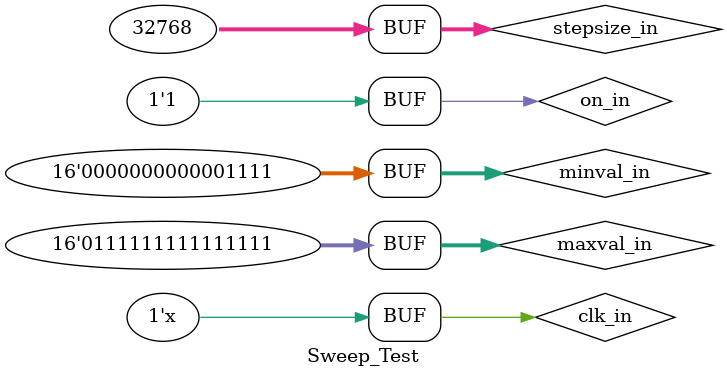
<source format=v>
`timescale 1ns / 1ps


module Sweep_Test;

	// Inputs
	reg clk_in;
	reg on_in;
	reg [15:0] minval_in;
	reg [15:0] maxval_in;
	reg [31:0] stepsize_in;

	// Outputs
	wire [15:0] signal_out;

	// Instantiate the Unit Under Test (UUT)
	Sweep uut (
		.clk_in(clk_in), 
		.on_in(on_in), 
		.minval_in(minval_in), 
		.maxval_in(maxval_in), 
		.stepsize_in(stepsize_in), 
		.signal_out(signal_out)
	);

	initial begin
		// Initialize Inputs
		clk_in = 0;
		on_in = 1'b0;
		minval_in = 16'sb0000_0000_0000_1111;
		maxval_in = 16'sb0111_1111_1111_1111;
		stepsize_in = 32'b0000_0000_0000_0000_1000_0000_0000_0000;
        
		// Add stimulus here
		#10 on_in = 1'b1;
	end
      
	always
		#5	clk_in = ~clk_in;
		
endmodule


</source>
